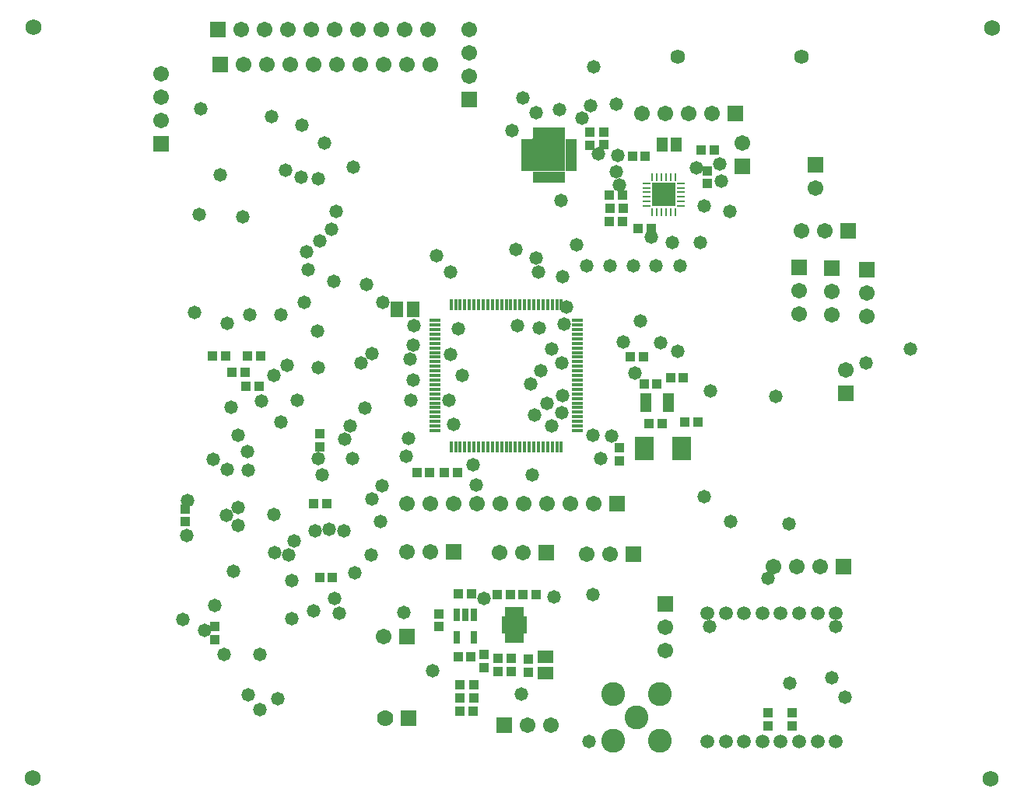
<source format=gbs>
G04*
G04 #@! TF.GenerationSoftware,Altium Limited,Altium Designer,22.8.2 (66)*
G04*
G04 Layer_Color=16711935*
%FSLAX44Y44*%
%MOMM*%
G71*
G04*
G04 #@! TF.SameCoordinates,9714C633-81E7-4BB1-B996-9AD4BBD72758*
G04*
G04*
G04 #@! TF.FilePolarity,Negative*
G04*
G01*
G75*
%ADD34R,1.0032X1.1032*%
%ADD35R,1.1032X1.0032*%
%ADD37C,1.7272*%
%ADD39R,0.8032X1.4032*%
%ADD45C,1.7032*%
%ADD46R,1.7032X1.7032*%
%ADD47C,1.5842*%
%ADD48R,1.7032X1.7032*%
%ADD49C,1.5032*%
%ADD50R,1.7782X1.7782*%
%ADD51C,1.7782*%
%ADD52C,2.6032*%
%ADD53C,1.4732*%
%ADD72R,0.8128X0.2032*%
%ADD73R,0.2032X0.8128*%
%ADD74R,2.5908X2.5908*%
%ADD78R,0.3048X1.1938*%
%ADD79R,1.1938X0.3048*%
%ADD84R,0.5032X1.2032*%
%ADD85R,1.2032X0.5032*%
%ADD86R,3.5532X3.5532*%
%ADD87R,1.6732X1.3432*%
%ADD88R,1.3432X1.6732*%
%ADD89R,0.5032X1.0532*%
%ADD90R,2.7432X1.9032*%
%ADD91R,1.3032X1.6032*%
%ADD92R,1.3032X2.1032*%
%ADD93R,2.1032X2.6032*%
D34*
X690260Y486410D02*
D03*
X676260D02*
D03*
X257810Y454660D02*
D03*
X271810D02*
D03*
X259700Y487680D02*
D03*
X273700D02*
D03*
X235600Y487680D02*
D03*
X221600D02*
D03*
X256540Y469900D02*
D03*
X242540D02*
D03*
X502920Y228600D02*
D03*
X488920D02*
D03*
X488847Y160020D02*
D03*
X502847D02*
D03*
X345440Y326390D02*
D03*
X331440D02*
D03*
X351820Y246380D02*
D03*
X337820D02*
D03*
X559420Y227630D02*
D03*
X573420D02*
D03*
X733663Y463520D02*
D03*
X719663D02*
D03*
X704850Y457200D02*
D03*
X690850D02*
D03*
X749466Y415260D02*
D03*
X735466D02*
D03*
X696580Y414020D02*
D03*
X710580D02*
D03*
X443820Y360680D02*
D03*
X457820D02*
D03*
X487680D02*
D03*
X473680D02*
D03*
X753110Y711324D02*
D03*
X767110D02*
D03*
X692180Y704975D02*
D03*
X678180D02*
D03*
X653400Y662940D02*
D03*
X667400D02*
D03*
X667400Y633855D02*
D03*
X653400D02*
D03*
X668020Y648398D02*
D03*
X654020D02*
D03*
X698531Y626235D02*
D03*
X684530D02*
D03*
X504840Y100330D02*
D03*
X490840D02*
D03*
X545480Y227630D02*
D03*
X531480D02*
D03*
D35*
X516890Y147940D02*
D03*
Y161940D02*
D03*
X825500Y98440D02*
D03*
Y84440D02*
D03*
X852170Y98440D02*
D03*
Y84440D02*
D03*
X467360Y206390D02*
D03*
Y192390D02*
D03*
X337820Y402590D02*
D03*
Y388590D02*
D03*
X191770Y320690D02*
D03*
Y306690D02*
D03*
X223520Y178420D02*
D03*
Y192420D02*
D03*
X664210Y387350D02*
D03*
Y373350D02*
D03*
X631680Y716895D02*
D03*
Y730895D02*
D03*
X646920Y717544D02*
D03*
Y731545D02*
D03*
X759847Y689223D02*
D03*
Y675223D02*
D03*
X532130Y157780D02*
D03*
Y143780D02*
D03*
X565150Y142860D02*
D03*
Y156860D02*
D03*
X490220Y129220D02*
D03*
Y115220D02*
D03*
X505460Y129220D02*
D03*
Y115220D02*
D03*
X546673Y143780D02*
D03*
Y157780D02*
D03*
D37*
X25400Y27940D02*
D03*
X1068070Y26670D02*
D03*
X1069340Y844550D02*
D03*
X26670Y845820D02*
D03*
D39*
X487070Y205540D02*
D03*
X496570D02*
D03*
X506070D02*
D03*
Y180540D02*
D03*
X487070D02*
D03*
D45*
X500380Y843280D02*
D03*
Y817880D02*
D03*
Y792480D02*
D03*
X798210Y719358D02*
D03*
X764540Y751840D02*
D03*
X739140D02*
D03*
X713740D02*
D03*
X688340D02*
D03*
X654050Y271780D02*
D03*
X628650D02*
D03*
X433070Y273783D02*
D03*
X458470D02*
D03*
X280670Y805180D02*
D03*
X458470D02*
D03*
X433070D02*
D03*
X407670D02*
D03*
X382270D02*
D03*
X356870D02*
D03*
X331470D02*
D03*
X306070D02*
D03*
X255270D02*
D03*
X831850Y257810D02*
D03*
X857250D02*
D03*
X882650D02*
D03*
X636270Y326390D02*
D03*
X585470D02*
D03*
X560070D02*
D03*
X534670D02*
D03*
X509270D02*
D03*
X483870D02*
D03*
X458470D02*
D03*
X433070D02*
D03*
X610870D02*
D03*
X407670Y181610D02*
D03*
X533400Y273050D02*
D03*
X558800D02*
D03*
X165666Y795020D02*
D03*
Y769620D02*
D03*
Y744220D02*
D03*
X877570Y670560D02*
D03*
X910590Y472440D02*
D03*
X859790Y558800D02*
D03*
Y533400D02*
D03*
X713740Y191770D02*
D03*
Y166370D02*
D03*
X887730Y623570D02*
D03*
X862330D02*
D03*
X933450Y556260D02*
D03*
Y530860D02*
D03*
X563880Y85090D02*
D03*
X589280D02*
D03*
X895350Y557530D02*
D03*
Y532130D02*
D03*
X278130Y843280D02*
D03*
X430530D02*
D03*
X405130D02*
D03*
X379730D02*
D03*
X354330D02*
D03*
X328930D02*
D03*
X303530D02*
D03*
X252730D02*
D03*
X455930D02*
D03*
D46*
X500380Y767080D02*
D03*
X798210Y693958D02*
D03*
X165666Y718820D02*
D03*
X877570Y695960D02*
D03*
X910590Y447040D02*
D03*
X859790Y584200D02*
D03*
X713740Y217170D02*
D03*
X933450Y581660D02*
D03*
X895350Y582930D02*
D03*
D47*
X862710Y813583D02*
D03*
X727710D02*
D03*
D48*
X789940Y751840D02*
D03*
X679450Y271780D02*
D03*
X483870Y273783D02*
D03*
X229870Y805180D02*
D03*
X908050Y257810D02*
D03*
X661670Y326390D02*
D03*
X433070Y181610D02*
D03*
X584200Y273050D02*
D03*
X913130Y623570D02*
D03*
X538480Y85090D02*
D03*
X227330Y843280D02*
D03*
D49*
X899780Y67310D02*
D03*
X879780D02*
D03*
X859780D02*
D03*
X839780D02*
D03*
X819780D02*
D03*
X799780D02*
D03*
X779780D02*
D03*
X759780D02*
D03*
Y207310D02*
D03*
X779780D02*
D03*
X799780D02*
D03*
X819780D02*
D03*
X839780D02*
D03*
X859780D02*
D03*
X879780D02*
D03*
X899780D02*
D03*
D50*
X434340Y92710D02*
D03*
D51*
X409340D02*
D03*
D52*
X708033Y68580D02*
D03*
X657233D02*
D03*
Y119380D02*
D03*
X708033D02*
D03*
X682633Y93980D02*
D03*
D53*
X189230Y200660D02*
D03*
X212667Y188639D02*
D03*
X602367Y443976D02*
D03*
X641350Y707390D02*
D03*
X774700Y678180D02*
D03*
X763270Y449480D02*
D03*
X680720Y468630D02*
D03*
X668020Y502920D02*
D03*
X708917Y501724D02*
D03*
X932180Y480060D02*
D03*
X727710Y492760D02*
D03*
X300862Y689482D02*
D03*
X721360Y610870D02*
D03*
X748030Y692150D02*
D03*
X730250Y585470D02*
D03*
X703580D02*
D03*
X679450D02*
D03*
X654050D02*
D03*
X628650D02*
D03*
X317500Y681990D02*
D03*
X576580Y518160D02*
D03*
X553235Y520670D02*
D03*
X406400Y546100D02*
D03*
X440690Y520670D02*
D03*
X388620Y565150D02*
D03*
X480060Y579120D02*
D03*
X338110Y612430D02*
D03*
X464820Y596900D02*
D03*
X374714Y693484D02*
D03*
X636270Y802640D02*
D03*
X558800Y768350D02*
D03*
X274320Y438150D02*
D03*
X201930Y534670D02*
D03*
X230091Y684546D02*
D03*
X207010Y641350D02*
D03*
X295910Y532130D02*
D03*
X261620D02*
D03*
X237490Y523240D02*
D03*
X288290Y466090D02*
D03*
X302299Y477396D02*
D03*
X394970Y490220D02*
D03*
X382841Y479361D02*
D03*
X436694Y484116D02*
D03*
X289040Y273442D02*
D03*
X403860Y307340D02*
D03*
X364490Y297180D02*
D03*
X405637Y345947D02*
D03*
X394970Y331470D02*
D03*
X332740Y297180D02*
D03*
X347980Y298450D02*
D03*
X331534Y209614D02*
D03*
X359600Y206692D02*
D03*
X313690Y439420D02*
D03*
X309880Y285750D02*
D03*
X307340Y242570D02*
D03*
X303995Y270510D02*
D03*
X429260Y208280D02*
D03*
X375920Y251460D02*
D03*
X393700Y270510D02*
D03*
X439420Y499110D02*
D03*
X488931Y516987D02*
D03*
X848945Y304087D02*
D03*
X825500Y245110D02*
D03*
X601980Y574040D02*
D03*
X437156Y439420D02*
D03*
X478333Y438661D02*
D03*
X578506Y471150D02*
D03*
X567311Y457200D02*
D03*
X603661Y521771D02*
D03*
X350840Y625160D02*
D03*
X492760Y465990D02*
D03*
X480060Y488950D02*
D03*
X617220Y608330D02*
D03*
X600710Y656381D02*
D03*
X483870Y412750D02*
D03*
X643890Y375920D02*
D03*
X504790Y369058D02*
D03*
X439420Y461010D02*
D03*
X208280Y756920D02*
D03*
X593090Y224790D02*
D03*
X756256Y334389D02*
D03*
X635664Y227709D02*
D03*
X784860Y307340D02*
D03*
X751840Y610870D02*
D03*
X655320Y400240D02*
D03*
X259180Y383540D02*
D03*
X248920Y401320D02*
D03*
X387350Y430530D02*
D03*
X568960Y358140D02*
D03*
X508000Y346710D02*
D03*
X353060Y568960D02*
D03*
X355600Y645160D02*
D03*
X285750Y748030D02*
D03*
X318770Y739140D02*
D03*
X342900Y719358D02*
D03*
X516890Y223520D02*
D03*
X834390Y443230D02*
D03*
X323850Y600710D02*
D03*
X321310Y546100D02*
D03*
X373380Y375920D02*
D03*
X340360Y358140D02*
D03*
X336550Y375700D02*
D03*
X365054Y396996D02*
D03*
X336550Y680720D02*
D03*
X635600Y401155D02*
D03*
X233680Y162560D02*
D03*
X849630Y130810D02*
D03*
X687070Y525780D02*
D03*
X273050Y162560D02*
D03*
X249460Y302402D02*
D03*
X336550Y474980D02*
D03*
X590550Y411480D02*
D03*
X354330Y223520D02*
D03*
X981050Y494684D02*
D03*
X370840Y411480D02*
D03*
X660400Y762000D02*
D03*
X193040Y292100D02*
D03*
X243840Y252730D02*
D03*
X762000Y193040D02*
D03*
X899260D02*
D03*
X601868Y479948D02*
D03*
X292100Y114300D02*
D03*
X222250Y374650D02*
D03*
X590550Y495300D02*
D03*
X585132Y435948D02*
D03*
X571861Y422677D02*
D03*
X434340Y397510D02*
D03*
X431800Y378460D02*
D03*
X606490Y540481D02*
D03*
X194310Y330200D02*
D03*
X663898Y673507D02*
D03*
X660400Y688340D02*
D03*
X632854Y760050D02*
D03*
X623570Y746760D02*
D03*
X598950Y756011D02*
D03*
X573765Y752115D02*
D03*
X601173Y425654D02*
D03*
X260350Y363220D02*
D03*
X237808Y363537D02*
D03*
X236239Y314126D02*
D03*
X698500Y617220D02*
D03*
X631190Y67310D02*
D03*
X248920Y322580D02*
D03*
X254000Y638642D02*
D03*
X573762Y594216D02*
D03*
X576215Y579026D02*
D03*
X551180Y603250D02*
D03*
X909320Y115570D02*
D03*
X895350Y137160D02*
D03*
X557530Y119380D02*
D03*
X335280Y514350D02*
D03*
X325120Y581660D02*
D03*
X273050Y102216D02*
D03*
X307975Y201295D02*
D03*
X773271Y696556D02*
D03*
X241300Y431800D02*
D03*
X295910Y415290D02*
D03*
X461059Y144731D02*
D03*
X223520Y215900D02*
D03*
X756412Y650748D02*
D03*
X784352Y644817D02*
D03*
X288290Y314960D02*
D03*
X547370Y732790D02*
D03*
X662738Y705695D02*
D03*
X260350Y118110D02*
D03*
D72*
X731415Y675564D02*
D03*
Y670565D02*
D03*
Y665564D02*
D03*
Y660565D02*
D03*
Y655564D02*
D03*
Y650565D02*
D03*
X693569D02*
D03*
Y655564D02*
D03*
Y660565D02*
D03*
Y665564D02*
D03*
Y670565D02*
D03*
Y675564D02*
D03*
D73*
X724992Y644141D02*
D03*
X719992D02*
D03*
X714992D02*
D03*
X709992D02*
D03*
X704992D02*
D03*
X699992D02*
D03*
Y681988D02*
D03*
X704992D02*
D03*
X709992D02*
D03*
X714992D02*
D03*
X719992D02*
D03*
X724992D02*
D03*
D74*
X712492Y663064D02*
D03*
D78*
X596020Y543590D02*
D03*
X591020D02*
D03*
X586020D02*
D03*
X581020D02*
D03*
X576020D02*
D03*
X571020D02*
D03*
X566020D02*
D03*
X561020D02*
D03*
X556020D02*
D03*
X551020D02*
D03*
X546020D02*
D03*
X541020D02*
D03*
X536020D02*
D03*
X531020D02*
D03*
X526020D02*
D03*
X521020D02*
D03*
X516020D02*
D03*
X511020D02*
D03*
X506020D02*
D03*
X501020D02*
D03*
X496020D02*
D03*
X491020D02*
D03*
X486020D02*
D03*
X481020D02*
D03*
X486020Y388590D02*
D03*
X491020D02*
D03*
X496020D02*
D03*
X501020D02*
D03*
X506020D02*
D03*
X511020D02*
D03*
X516020D02*
D03*
X521020D02*
D03*
X526020D02*
D03*
X531020D02*
D03*
X536020D02*
D03*
X541020D02*
D03*
X546020D02*
D03*
X551020D02*
D03*
X556020D02*
D03*
X561020D02*
D03*
X566020D02*
D03*
X571020D02*
D03*
X576020D02*
D03*
X581020D02*
D03*
X586020D02*
D03*
X596020D02*
D03*
X601020D02*
D03*
X481020D02*
D03*
X591020D02*
D03*
X601020Y543590D02*
D03*
D79*
X463520Y521090D02*
D03*
Y511090D02*
D03*
Y506090D02*
D03*
Y501090D02*
D03*
Y496090D02*
D03*
Y491090D02*
D03*
Y486090D02*
D03*
Y481090D02*
D03*
Y476090D02*
D03*
Y471090D02*
D03*
Y466090D02*
D03*
Y461090D02*
D03*
Y456090D02*
D03*
Y451090D02*
D03*
Y446090D02*
D03*
Y441090D02*
D03*
Y436090D02*
D03*
Y431090D02*
D03*
Y426090D02*
D03*
Y421090D02*
D03*
Y416090D02*
D03*
Y411090D02*
D03*
Y406090D02*
D03*
X618520D02*
D03*
Y411090D02*
D03*
Y416090D02*
D03*
Y431090D02*
D03*
Y436090D02*
D03*
Y441090D02*
D03*
Y446090D02*
D03*
Y451090D02*
D03*
Y456090D02*
D03*
Y461090D02*
D03*
Y466090D02*
D03*
Y471090D02*
D03*
Y481090D02*
D03*
Y486090D02*
D03*
Y491090D02*
D03*
Y496090D02*
D03*
Y501090D02*
D03*
Y506090D02*
D03*
Y511090D02*
D03*
Y516090D02*
D03*
Y521090D02*
D03*
Y526090D02*
D03*
X463520Y516090D02*
D03*
Y526090D02*
D03*
X618520Y421090D02*
D03*
Y426090D02*
D03*
Y476090D02*
D03*
D84*
X572391Y730244D02*
D03*
X577390D02*
D03*
X582391D02*
D03*
X587390D02*
D03*
X592391D02*
D03*
X597390D02*
D03*
X602391D02*
D03*
Y682244D02*
D03*
X597390D02*
D03*
X592391D02*
D03*
X587390D02*
D03*
X582391D02*
D03*
X577390D02*
D03*
X572391D02*
D03*
D85*
X611390Y721244D02*
D03*
Y716244D02*
D03*
Y711244D02*
D03*
Y706245D02*
D03*
Y701244D02*
D03*
Y696245D02*
D03*
Y691244D02*
D03*
X563390D02*
D03*
Y696245D02*
D03*
Y701244D02*
D03*
Y706245D02*
D03*
Y711244D02*
D03*
Y716244D02*
D03*
Y721244D02*
D03*
D86*
X587390Y706245D02*
D03*
D87*
X583773Y142230D02*
D03*
Y160030D02*
D03*
D88*
X421630Y538480D02*
D03*
X439430D02*
D03*
D89*
X557410Y179810D02*
D03*
X552410D02*
D03*
X547410D02*
D03*
X542410D02*
D03*
Y208810D02*
D03*
X547410D02*
D03*
X552410D02*
D03*
X557410D02*
D03*
D90*
X549910Y194310D02*
D03*
D91*
X725700Y717674D02*
D03*
X710700D02*
D03*
D92*
X717936Y436407D02*
D03*
X692935D02*
D03*
D93*
X690868Y386727D02*
D03*
X731868D02*
D03*
M02*

</source>
